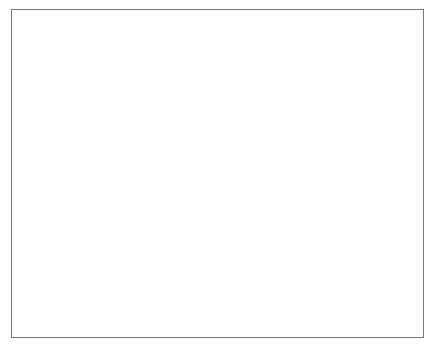
<source format=gm1>
%TF.GenerationSoftware,KiCad,Pcbnew,(6.0.7)*%
%TF.CreationDate,2022-10-02T22:30:46-04:00*%
%TF.ProjectId,LiPo_Charger_1,4c69506f-5f43-4686-9172-6765725f312e,rev?*%
%TF.SameCoordinates,Original*%
%TF.FileFunction,Profile,NP*%
%FSLAX46Y46*%
G04 Gerber Fmt 4.6, Leading zero omitted, Abs format (unit mm)*
G04 Created by KiCad (PCBNEW (6.0.7)) date 2022-10-02 22:30:46*
%MOMM*%
%LPD*%
G01*
G04 APERTURE LIST*
%TA.AperFunction,Profile*%
%ADD10C,0.100000*%
%TD*%
G04 APERTURE END LIST*
D10*
X143600000Y-83000000D02*
X143600000Y-55200000D01*
X178500000Y-55200000D02*
X143600000Y-55200000D01*
X178500000Y-83000000D02*
X178500000Y-55200000D01*
X143600000Y-83000000D02*
X178500000Y-83000000D01*
M02*

</source>
